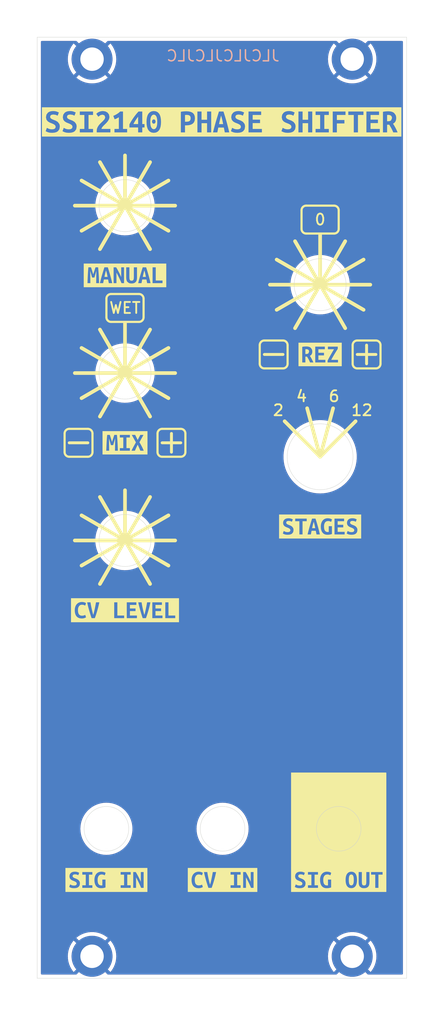
<source format=kicad_pcb>
(kicad_pcb (version 20211014) (generator pcbnew)
  (title_block (title "SSI2140 3-Pole LPF Faceplate") (date "2022-07-23") (rev "0") (comment 1 "creativecommons.org/licenses/by/4.0/") (comment 2 "License: CC by 4.0") (comment 3 "Author: Jordan Aceto"))
  (layers (0 "F.Cu" signal) (31 "B.Cu" signal) (34 "B.Paste" user) (35 "F.Paste" user) (36 "B.SilkS" user "B.Silkscreen") (37 "F.SilkS" user "F.Silkscreen") (38 "B.Mask" user) (39 "F.Mask" user) (44 "Edge.Cuts" user))
  (net 0 "")
  (net 1 "GND")
  (footprint "kibuzzard-6347250E" (layer "F.Cu") (at 130.81 62.23)
    (fp_text reference "kibuzzard-6347250E" hide)
    (fp_text value "G***" hide)
  )
  (footprint "kibuzzard-63472505" (layer "F.Cu") (at 130.81 85.09)
    (fp_text reference "kibuzzard-63472505" hide)
    (fp_text value "G***" hide)
  )
  (footprint "MountingHole:MountingHole_3.2mm_M3_DIN965_Pad" (layer "F.Cu") (at 126.305 32.705)
    (fp_text reference "H1" hide)
    (fp_text value "MountingHole_Pad" hide)
    (pad "1" thru_hole circle (at 0 0) (size 5.6 5.6) (drill 3.2) (layers *.Cu *.Mask) (net 1 "GND"))
  )
  (footprint "kibuzzard-634724E2" (layer "F.Cu") (at 144.145 144.78)
    (fp_text reference "kibuzzard-634724E2" hide)
    (fp_text value "G***" hide)
  )
  (footprint "kibuzzard-63472613" (layer "F.Cu") (at 157.48 73.025)
    (fp_text reference "kibuzzard-63472613" hide)
    (fp_text value "G***" hide)
  )
  (footprint "kibuzzard-63472523" (layer "F.Cu") (at 157.48 96.52)
    (fp_text reference "kibuzzard-63472523" hide)
    (fp_text value "G***" hide)
  )
  (footprint "kibuzzard-634724FA" (layer "F.Cu") (at 130.81 107.95)
    (fp_text reference "kibuzzard-634724FA" hide)
    (fp_text value "G***" hide)
  )
  (footprint "MountingHole:MountingHole_3.2mm_M3_DIN965_Pad" (layer "F.Cu") (at 161.865 32.705)
    (fp_text reference "H3" hide)
    (fp_text value "MountingHole_Pad" hide)
    (pad "1" thru_hole circle locked (at 0 0) (size 5.6 5.6) (drill 3.2) (layers *.Cu *.Mask) (net 1 "GND"))
  )
  (footprint "MountingHole:MountingHole_3.2mm_M3_DIN965_Pad" (layer "F.Cu") (at 161.865 155.205)
    (fp_text reference "H4" hide)
    (fp_text value "MountingHole_Pad" hide)
    (pad "1" thru_hole circle locked (at 0 0) (size 5.6 5.6) (drill 3.2) (layers *.Cu *.Mask) (net 1 "GND"))
  )
  (footprint "kibuzzard-6347F796" (layer "F.Cu") (at 144.018 41.275)
    (fp_text reference "kibuzzard-6347F796" hide)
    (fp_text value "G***" hide)
  )
  (footprint "kibuzzard-634724CB" (layer "F.Cu") (at 160.02 144.78)
    (fp_text reference "kibuzzard-634724CB" hide)
    (fp_text value "G***" hide)
  )
  (footprint "kibuzzard-634724D7" (layer "F.Cu") (at 128.27 144.78)
    (fp_text reference "kibuzzard-634724D7" hide)
    (fp_text value "G***" hide)
  )
  (footprint "MountingHole:MountingHole_3.2mm_M3_DIN965_Pad" (layer "F.Cu") (at 126.305 155.205)
    (fp_text reference "H2" hide)
    (fp_text value "MountingHole_Pad" hide)
    (pad "1" thru_hole circle (at 0 0) (size 5.6 5.6) (drill 3.2) (layers *.Cu *.Mask) (net 1 "GND"))
  )
  (gr_arc (start 139.065 86.36) (mid 138.879013 86.809013) (end 138.43 86.995) (layer "F.SilkS") (width 0.3))
  (gr_line (start 157.48 63.5) (end 163.419202 60.071) (layer "F.SilkS") (width 0.5))
  (gr_line (start 162.56 73.025) (end 165.1 73.025) (layer "F.SilkS") (width 0.4))
  (gr_line (start 123.19 85.09) (end 125.73 85.09) (layer "F.SilkS") (width 0.4))
  (gr_line (start 162.56 71.12) (end 165.1 71.12) (layer "F.SilkS") (width 0.3))
  (gr_line (start 132.715 68.58) (end 128.905001 68.579999) (layer "F.SilkS") (width 0.3))
  (gr_arc (start 128.905001 68.579999) (mid 128.455988 68.394012) (end 128.270001 67.944999) (layer "F.SilkS") (width 0.3))
  (gr_line (start 135.255 86.36) (end 135.255 83.82) (layer "F.SilkS") (width 0.3))
  (gr_line (start 130.81 52.705) (end 124.870798 49.276) (layer "F.SilkS") (width 0.5))
  (gr_line (start 126.365 83.82) (end 126.365 86.36) (layer "F.SilkS") (width 0.3))
  (gr_line (start 130.81 98.425) (end 124.870798 94.996) (layer "F.SilkS") (width 0.5))
  (gr_line (start 157.48 86.995) (end 159.254981 80.370681) (layer "F.SilkS") (width 0.5))
  (gr_line (start 149.86 73.025) (end 152.4 73.025) (layer "F.SilkS") (width 0.4))
  (gr_line (start 135.89 85.09) (end 138.43 85.09) (layer "F.SilkS") (width 0.4))
  (gr_arc (start 149.225 71.755) (mid 149.410987 71.305987) (end 149.86 71.12) (layer "F.SilkS") (width 0.3))
  (gr_arc (start 161.925 71.755) (mid 162.110987 71.305987) (end 162.56 71.12) (layer "F.SilkS") (width 0.3))
  (gr_line (start 130.81 98.425) (end 130.81 91.567) (layer "F.SilkS") (width 0.5))
  (gr_line (start 130.81 98.425) (end 136.749202 94.996) (layer "F.SilkS") (width 0.5))
  (gr_line (start 125.73 86.995) (end 123.19 86.995) (layer "F.SilkS") (width 0.3))
  (gr_line (start 130.81 52.705) (end 127.381 58.644202) (layer "F.SilkS") (width 0.5))
  (gr_arc (start 165.1 71.12) (mid 165.549013 71.305987) (end 165.735 71.755) (layer "F.SilkS") (width 0.3))
  (gr_line (start 135.89 83.185) (end 138.43 83.185) (layer "F.SilkS") (width 0.3))
  (gr_arc (start 128.27 65.405) (mid 128.455987 64.955987) (end 128.905 64.77) (layer "F.SilkS") (width 0.3))
  (gr_line (start 130.81 75.565) (end 136.749202 78.994) (layer "F.SilkS") (width 0.5))
  (gr_line (start 157.48 63.5) (end 150.622 63.5) (layer "F.SilkS") (width 0.5))
  (gr_line (start 157.48 63.5) (end 154.051 69.439202) (layer "F.SilkS") (width 0.5))
  (gr_arc (start 162.56 74.93) (mid 162.110987 74.744013) (end 161.925 74.295) (layer "F.SilkS") (width 0.3))
  (gr_arc (start 138.43 83.185) (mid 138.879013 83.370987) (end 139.065 83.82) (layer "F.SilkS") (width 0.3))
  (gr_line (start 138.43 86.995) (end 135.89 86.995) (layer "F.SilkS") (width 0.3))
  (gr_rect (start 153.5684 143.1544) (end 166.4716 130.175) (layer "F.SilkS") (width 0.12) (fill solid))
  (gr_line (start 155.575 52.705) (end 159.385 52.705) (layer "F.SilkS") (width 0.3))
  (gr_line (start 130.81 75.565) (end 124.870798 78.994) (layer "F.SilkS") (width 0.5))
  (gr_line (start 165.735 71.755) (end 165.735 74.295) (layer "F.SilkS") (width 0.3))
  (gr_line (start 130.81 52.705) (end 137.668 52.705) (layer "F.SilkS") (width 0.5))
  (gr_line (start 130.81 75.565) (end 134.239 69.625798) (layer "F.SilkS") (width 0.5))
  (gr_line (start 139.065 83.82) (end 139.065 86.36) (layer "F.SilkS") (width 0.3))
  (gr_line (start 130.81 52.705) (end 130.81 45.847) (layer "F.SilkS") (width 0.5))
  (gr_line (start 160.02 53.34) (end 160.02 55.88) (layer "F.SilkS") (width 0.3))
  (gr_arc (start 152.4 71.12) (mid 152.849013 71.305987) (end 153.035 71.755) (layer "F.SilkS") (width 0.3))
  (gr_line (start 157.48 63.5) (end 160.909 57.560798) (layer "F.SilkS") (width 0.5))
  (gr_line (start 130.81 52.705) (end 136.749202 56.134) (layer "F.SilkS") (width 0.5))
  (gr_arc (start 149.86 74.93) (mid 149.410987 74.744013) (end 149.225 74.295) (layer "F.SilkS") (width 0.3))
  (gr_line (start 149.225 74.295) (end 149.225 71.755) (layer "F.SilkS") (width 0.3))
  (gr_line (start 130.81 52.705) (end 123.952 52.705) (layer "F.SilkS") (width 0.5))
  (gr_line (start 130.81 98.425) (end 127.381 92.485798) (layer "F.SilkS") (width 0.5))
  (gr_line (start 130.81 52.705) (end 124.870798 56.134) (layer "F.SilkS") (width 0.5))
  (gr_line (start 153.035 71.755) (end 153.035 74.295) (layer "F.SilkS") (width 0.3))
  (gr_line (start 157.48 86.995) (end 162.329338 82.145662) (layer "F.SilkS") (width 0.5))
  (gr_line (start 165.1 74.93) (end 162.56 74.93) (layer "F.SilkS") (width 0.3))
  (gr_line (start 130.81 75.565) (end 123.952 75.565) (layer "F.SilkS") (width 0.5))
  (gr_line (start 157.48 63.5) (end 151.540798 66.929) (layer "F.SilkS") (width 0.5))
  (gr_line (start 130.81 75.565) (end 127.381 69.625798) (layer "F.SilkS") (width 0.5))
  (gr_line (start 128.905 64.77) (end 132.715 64.77) (layer "F.SilkS") (width 0.3))
  (gr_arc (start 135.255 83.82) (mid 135.440987 83.370987) (end 135.89 83.185) (layer "F.SilkS") (width 0.3))
  (gr_line (start 157.48 63.5) (end 157.48 56.642) (layer "F.SilkS") (width 0.5))
  (gr_arc (start 122.555 83.82) (mid 122.740987 83.370987) (end 123.19 83.185) (layer "F.SilkS") (width 0.3))
  (gr_line (start 154.940001 55.879999) (end 154.940001 53.339999) (layer "F.SilkS") (width 0.3))
  (gr_arc (start 133.35 67.945) (mid 133.164013 68.394013) (end 132.715 68.58) (layer "F.SilkS") (width 0.3))
  (gr_line (start 130.81 52.705) (end 136.749202 49.276) (layer "F.SilkS") (width 0.5))
  (gr_line (start 149.86 71.12) (end 152.4 71.12) (layer "F.SilkS") (width 0.3))
  (gr_arc (start 153.035 74.295) (mid 152.849013 74.744013) (end 152.4 74.93) (layer "F.SilkS") (width 0.3))
  (gr_arc (start 154.94 53.34) (mid 155.125987 52.890987) (end 155.575 52.705) (layer "F.SilkS") (width 0.3))
  (gr_line (start 163.83 74.295) (end 163.83 71.755) (layer "F.SilkS") (width 0.4))
  (gr_line (start 130.81 98.425) (end 127.381 104.364202) (layer "F.SilkS") (width 0.5))
  (gr_line (start 130.81 75.565) (end 137.668 75.565) (layer "F.SilkS") (width 0.5))
  (gr_arc (start 155.575001 56.514999) (mid 155.125988 56.329012) (end 154.940001 55.879999) (layer "F.SilkS") (width 0.3))
  (gr_arc (start 159.385 52.705) (mid 159.834013 52.890987) (end 160.02 53.34) (layer "F.SilkS") (width 0.3))
  (gr_line (start 128.270001 67.944999) (end 128.270001 65.404999) (layer "F.SilkS") (width 0.3))
  (gr_line (start 133.35 65.405) (end 133.35 67.945) (layer "F.SilkS") (width 0.3))
  (gr_line (start 130.81 75.565) (end 124.870798 72.136) (layer "F.SilkS") (width 0.5))
  (gr_line (start 122.555 86.36) (end 122.555 83.82) (layer "F.SilkS") (width 0.3))
  (gr_line (start 130.81 98.425) (end 123.952 98.425) (layer "F.SilkS") (width 0.5))
  (gr_line (start 157.48 86.995) (end 155.705019 80.370681) (layer "F.SilkS") (width 0.5))
  (gr_line (start 130.81 75.565) (end 136.749202 72.136) (layer "F.SilkS") (width 0.5))
  (gr_line (start 152.4 74.93) (end 149.86 74.93) (layer "F.SilkS") (width 0.3))
  (gr_line (start 130.81 98.425) (end 137.668 98.425) (layer "F.SilkS") (width 0.5))
  (gr_line (start 157.48 63.5) (end 154.051 57.560798) (layer "F.SilkS") (width 0.5))
  (gr_line (start 157.48 86.995) (end 152.630662 82.145662) (layer "F.SilkS") (width 0.5))
  (gr_arc (start 132.715 64.77) (mid 133.164013 64.955987) (end 133.35 65.405) (layer "F.SilkS") (width 0.3))
  (gr_line (start 130.81 75.565) (end 134.239 81.504202) (layer "F.SilkS") (width 0.5))
  (gr_arc (start 126.365 86.36) (mid 126.179013 86.809013) (end 125.73 86.995) (layer "F.SilkS") (width 0.3))
  (gr_line (start 130.81 75.565) (end 127.381 81.504202) (layer "F.SilkS") (width 0.5))
  (gr_line (start 130.81 52.705) (end 127.381 46.765798) (layer "F.SilkS") (width 0.5))
  (gr_line (start 137.16 86.36) (end 137.16 83.82) (layer "F.SilkS") (width 0.4))
  (gr_line (start 157.48 63.5) (end 151.540798 60.071) (layer "F.SilkS") (width 0.5))
  (gr_line (start 159.385 56.515) (end 155.575001 56.514999) (layer "F.SilkS") (width 0.3))
  (gr_line (start 130.81 98.425) (end 136.749202 101.854) (layer "F.SilkS") (width 0.5))
  (gr_line (start 157.48 63.5) (end 164.338 63.5) (layer "F.SilkS") (width 0.5))
  (gr_line (start 130.81 98.425) (end 134.239 92.485798) (layer "F.SilkS") (width 0.5))
  (gr_line (start 157.48 63.5) (end 160.909 69.439202) (layer "F.SilkS") (width 0.5))
  (gr_arc (start 160.02 55.88) (mid 159.834013 56.329013) (end 159.385 56.515) (layer "F.SilkS") (width 0.3))
  (gr_arc (start 125.73 83.185) (mid 126.179013 83.370987) (end 126.365 83.82) (layer "F.SilkS") (width 0.3))
  (gr_line (start 157.48 63.5) (end 163.419202 66.929) (layer "F.SilkS") (width 0.5))
  (gr_line (start 161.925 74.295) (end 161.925 71.755) (layer "F.SilkS") (width 0.3))
  (gr_line (start 130.81 98.425) (end 134.239 104.364202) (layer "F.SilkS") (width 0.5))
  (gr_line (start 123.19 83.185) (end 125.73 83.185) (layer "F.SilkS") (width 0.3))
  (gr_line (start 130.81 52.705) (end 134.239 58.644202) (layer "F.SilkS") (width 0.5))
  (gr_arc (start 165.735 74.295) (mid 165.549013 74.744013) (end 165.1 74.93) (layer "F.SilkS") (width 0.3))
  (gr_arc (start 135.89 86.995) (mid 135.440987 86.809013) (end 135.255 86.36) (layer "F.SilkS") (width 0.3))
  (gr_arc (start 123.19 86.995) (mid 122.740987 86.809013) (end 122.555 86.36) (layer "F.SilkS") (width 0.3))
  (gr_line (start 130.81 98.425) (end 124.870798 101.854) (layer "F.SilkS") (width 0.5))
  (gr_line (start 130.81 75.565) (end 130.81 68.707) (layer "F.SilkS") (width 0.5))
  (gr_line (start 130.81 52.705) (end 134.239 46.765798) (layer "F.SilkS") (width 0.5))
  (gr_circle locked (center 144.145 137.795) (end 147.195 137.795) (layer "Edge.Cuts") (width 0.05) (fill none))
  (gr_circle locked (center 160.02 137.795) (end 163.07 137.795) (layer "Edge.Cuts") (width 0.05) (fill none))
  (gr_line (start 118.805 29.705) (end 118.805 158.205) (layer "Edge.Cuts") (width 0.05))
  (gr_line (start 169.305 29.705) (end 169.305 158.205) (layer "Edge.Cuts") (width 0.05))
  (gr_circle locked (center 130.81 75.565) (end 134.36 75.565) (layer "Edge.Cuts") (width 0.05) (fill none))
  (gr_circle locked (center 157.48 86.995) (end 161.98 86.995) (layer "Edge.Cuts") (width 0.05) (fill none))
  (gr_circle locked (center 157.48 63.5) (end 161.03 63.5) (layer "Edge.Cuts") (width 0.05) (fill none))
  (gr_circle locked (center 130.81 98.425) (end 134.36 98.425) (layer "Edge.Cuts") (width 0.05) (fill none))
  (gr_circle locked (center 128.27 137.795) (end 131.32 137.795) (layer "Edge.Cuts") (width 0.05) (fill none))
  (gr_line (start 118.805 29.705) (end 169.305 29.705) (layer "Edge.Cuts") (width 0.05))
  (gr_circle locked (center 130.81 52.705) (end 134.36 52.705) (layer "Edge.Cuts") (width 0.05) (fill none))
  (gr_line (start 118.805 158.205) (end 169.305 158.205) (layer "Edge.Cuts") (width 0.05))
  (gr_text "JLCJLCJLCJLC" (at 144.205 32.245) (layer "B.SilkS") (effects (font (size 1.5 1.5) (thickness 0.2)) (justify mirror)))
  (gr_text "4" (at 154.94 78.74) (layer "F.SilkS") (effects (font (size 1.5 1.5) (thickness 0.25))))
  (gr_text "12" (at 163.195 80.645) (layer "F.SilkS") (effects (font (size 1.5 1.5) (thickness 0.25))))
  (gr_text "6" (at 159.385 78.74) (layer "F.SilkS") (effects (font (size 1.5 1.5) (thickness 0.25))))
  (gr_text "0" (at 157.48 54.61) (layer "F.SilkS") (effects (font (size 1.5 1.5) (thickness 0.25))))
  (gr_text "2" (at 151.765 80.645) (layer "F.SilkS") (effects (font (size 1.5 1.5) (thickness 0.25))))
  (gr_text "WET" (at 130.81 66.675) (layer "F.SilkS") (effects (font (size 1.5 1.5) (thickness 0.25))))
  (zone (net 1) (net_name "GND") (layer "F.Cu") (connect_pads (clearance 0.508)) (min_thickness 0.254) (fill yes (thermal_gap 0.508) (thermal_bridge_width 0.508))
    (polygon (pts (xy 170.875 160.515) (xy 116.265 160.515) (xy 116.265 28.435) (xy 170.875 28.435)))
  )
  (zone (net 1) (net_name "GND") (layer "B.Cu") (connect_pads (clearance 0.508)) (min_thickness 0.254) (fill yes (thermal_gap 0.508) (thermal_bridge_width 0.508))
    (polygon (pts (xy 174.685 164.325) (xy 113.725 164.325) (xy 113.725 24.625) (xy 174.685 24.625)))
  )
)
</source>
